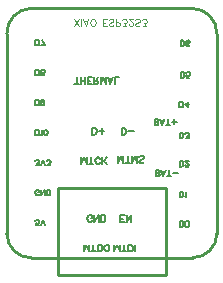
<source format=gbo>
G04 Layer: BottomSilkscreenLayer*
G04 EasyEDA v6.5.51, 2025-12-08 14:24:17*
G04 98b1bcbd0d5e4b16acd7f0c7b3cc8b20,5c2208001c9440858be6b933671931b3,10*
G04 Gerber Generator version 0.2*
G04 Scale: 100 percent, Rotated: No, Reflected: No *
G04 Dimensions in millimeters *
G04 leading zeros omitted , absolute positions ,4 integer and 5 decimal *
%FSLAX45Y45*%
%MOMM*%

%ADD10C,0.1000*%
%ADD11C,0.1500*%
%ADD12C,0.2540*%
%ADD13C,0.0139*%

%LPD*%
D10*
X3166348Y2993318D02*
G01*
X3204702Y3050468D01*
X3204702Y2993318D02*
G01*
X3166348Y3050468D01*
X3222482Y2993318D02*
G01*
X3222482Y3050468D01*
X3262360Y2993318D02*
G01*
X3240516Y3050468D01*
X3262360Y2993318D02*
G01*
X3284204Y3050468D01*
X3248644Y3031418D02*
G01*
X3276076Y3031418D01*
X3318494Y2993318D02*
G01*
X3313160Y2995858D01*
X3307572Y3001446D01*
X3305032Y3006780D01*
X3302238Y3015162D01*
X3302238Y3028624D01*
X3305032Y3037006D01*
X3307572Y3042340D01*
X3313160Y3047674D01*
X3318494Y3050468D01*
X3329416Y3050468D01*
X3335004Y3047674D01*
X3340338Y3042340D01*
X3343132Y3037006D01*
X3345926Y3028624D01*
X3345926Y3015162D01*
X3343132Y3006780D01*
X3340338Y3001446D01*
X3335004Y2995858D01*
X3329416Y2993318D01*
X3318494Y2993318D01*
X3405870Y2993318D02*
G01*
X3405870Y3050468D01*
X3405870Y2993318D02*
G01*
X3441430Y2993318D01*
X3405870Y3020496D02*
G01*
X3427714Y3020496D01*
X3405870Y3050468D02*
G01*
X3441430Y3050468D01*
X3497564Y3001446D02*
G01*
X3491976Y2995858D01*
X3483848Y2993318D01*
X3472926Y2993318D01*
X3464798Y2995858D01*
X3459210Y3001446D01*
X3459210Y3006780D01*
X3462004Y3012368D01*
X3464798Y3015162D01*
X3470132Y3017702D01*
X3486642Y3023290D01*
X3491976Y3026084D01*
X3494770Y3028624D01*
X3497564Y3034212D01*
X3497564Y3042340D01*
X3491976Y3047674D01*
X3483848Y3050468D01*
X3472926Y3050468D01*
X3464798Y3047674D01*
X3459210Y3042340D01*
X3515598Y2993318D02*
G01*
X3515598Y3050468D01*
X3515598Y2993318D02*
G01*
X3539982Y2993318D01*
X3548110Y2995858D01*
X3550904Y2998652D01*
X3553698Y3004240D01*
X3553698Y3012368D01*
X3550904Y3017702D01*
X3548110Y3020496D01*
X3539982Y3023290D01*
X3515598Y3023290D01*
X3577066Y2993318D02*
G01*
X3607038Y2993318D01*
X3590782Y3015162D01*
X3598910Y3015162D01*
X3604498Y3017702D01*
X3607038Y3020496D01*
X3609832Y3028624D01*
X3609832Y3034212D01*
X3607038Y3042340D01*
X3601704Y3047674D01*
X3593576Y3050468D01*
X3585194Y3050468D01*
X3577066Y3047674D01*
X3574272Y3045134D01*
X3571732Y3039546D01*
X3630660Y3006780D02*
G01*
X3630660Y3004240D01*
X3633200Y2998652D01*
X3635994Y2995858D01*
X3641582Y2993318D01*
X3652504Y2993318D01*
X3657838Y2995858D01*
X3660632Y2998652D01*
X3663426Y3004240D01*
X3663426Y3009574D01*
X3660632Y3015162D01*
X3655044Y3023290D01*
X3627866Y3050468D01*
X3665966Y3050468D01*
X3722100Y3001446D02*
G01*
X3716766Y2995858D01*
X3708638Y2993318D01*
X3697716Y2993318D01*
X3689588Y2995858D01*
X3684000Y3001446D01*
X3684000Y3006780D01*
X3686794Y3012368D01*
X3689588Y3015162D01*
X3694922Y3017702D01*
X3711432Y3023290D01*
X3716766Y3026084D01*
X3719560Y3028624D01*
X3722100Y3034212D01*
X3722100Y3042340D01*
X3716766Y3047674D01*
X3708638Y3050468D01*
X3697716Y3050468D01*
X3689588Y3047674D01*
X3684000Y3042340D01*
X3745722Y2993318D02*
G01*
X3775694Y2993318D01*
X3759184Y3015162D01*
X3767566Y3015162D01*
X3772900Y3017702D01*
X3775694Y3020496D01*
X3778488Y3028624D01*
X3778488Y3034212D01*
X3775694Y3042340D01*
X3770106Y3047674D01*
X3761978Y3050468D01*
X3753850Y3050468D01*
X3745722Y3047674D01*
X3742928Y3045134D01*
X3740134Y3039546D01*
D11*
X3185373Y2503269D02*
G01*
X3185373Y2560419D01*
X3166323Y2503269D02*
G01*
X3204677Y2503269D01*
X3222457Y2503269D02*
G01*
X3222457Y2560419D01*
X3260811Y2503269D02*
G01*
X3260811Y2560419D01*
X3222457Y2530447D02*
G01*
X3260811Y2530447D01*
X3278845Y2503269D02*
G01*
X3278845Y2560419D01*
X3278845Y2503269D02*
G01*
X3314151Y2503269D01*
X3278845Y2530447D02*
G01*
X3300689Y2530447D01*
X3278845Y2560419D02*
G01*
X3314151Y2560419D01*
X3332185Y2503269D02*
G01*
X3332185Y2560419D01*
X3332185Y2503269D02*
G01*
X3356823Y2503269D01*
X3364951Y2506063D01*
X3367745Y2508603D01*
X3370285Y2514191D01*
X3370285Y2519525D01*
X3367745Y2525113D01*
X3364951Y2527907D01*
X3356823Y2530447D01*
X3332185Y2530447D01*
X3351235Y2530447D02*
G01*
X3370285Y2560419D01*
X3388319Y2503269D02*
G01*
X3388319Y2560419D01*
X3388319Y2503269D02*
G01*
X3410163Y2560419D01*
X3432007Y2503269D02*
G01*
X3410163Y2560419D01*
X3432007Y2503269D02*
G01*
X3432007Y2560419D01*
X3471885Y2503269D02*
G01*
X3450041Y2560419D01*
X3471885Y2503269D02*
G01*
X3493729Y2560419D01*
X3458169Y2541369D02*
G01*
X3485601Y2541369D01*
X3511763Y2503269D02*
G01*
X3511763Y2560419D01*
X3511763Y2560419D02*
G01*
X3544275Y2560419D01*
X3316526Y2073219D02*
G01*
X3316526Y2130623D01*
X3316526Y2073219D02*
G01*
X3335576Y2073219D01*
X3343704Y2076013D01*
X3349038Y2081347D01*
X3351832Y2086935D01*
X3354626Y2095063D01*
X3354626Y2108779D01*
X3351832Y2116907D01*
X3349038Y2122241D01*
X3343704Y2127829D01*
X3335576Y2130623D01*
X3316526Y2130623D01*
X3397044Y2081347D02*
G01*
X3397044Y2130623D01*
X3372660Y2105985D02*
G01*
X3421682Y2105985D01*
X3566424Y2073219D02*
G01*
X3566424Y2130623D01*
X3566424Y2073219D02*
G01*
X3585474Y2073219D01*
X3593602Y2076013D01*
X3599190Y2081347D01*
X3601730Y2086935D01*
X3604524Y2095063D01*
X3604524Y2108779D01*
X3601730Y2116907D01*
X3599190Y2122241D01*
X3593602Y2127829D01*
X3585474Y2130623D01*
X3566424Y2130623D01*
X3622558Y2105985D02*
G01*
X3671580Y2105985D01*
X3226348Y1823219D02*
G01*
X3226348Y1880623D01*
X3226348Y1823219D02*
G01*
X3248192Y1880623D01*
X3270036Y1823219D02*
G01*
X3248192Y1880623D01*
X3270036Y1823219D02*
G01*
X3270036Y1880623D01*
X3307120Y1823219D02*
G01*
X3307120Y1880623D01*
X3288070Y1823219D02*
G01*
X3326170Y1823219D01*
X3385098Y1836935D02*
G01*
X3382304Y1831347D01*
X3376970Y1826013D01*
X3371382Y1823219D01*
X3360460Y1823219D01*
X3355126Y1826013D01*
X3349792Y1831347D01*
X3346998Y1836935D01*
X3344204Y1845063D01*
X3344204Y1858779D01*
X3346998Y1866907D01*
X3349792Y1872241D01*
X3355126Y1877829D01*
X3360460Y1880623D01*
X3371382Y1880623D01*
X3376970Y1877829D01*
X3382304Y1872241D01*
X3385098Y1866907D01*
X3403132Y1823219D02*
G01*
X3403132Y1880623D01*
X3441232Y1823219D02*
G01*
X3403132Y1861319D01*
X3416848Y1847857D02*
G01*
X3441232Y1880623D01*
X3536348Y1833219D02*
G01*
X3536348Y1890623D01*
X3536348Y1833219D02*
G01*
X3558192Y1890623D01*
X3580036Y1833219D02*
G01*
X3558192Y1890623D01*
X3580036Y1833219D02*
G01*
X3580036Y1890623D01*
X3617120Y1833219D02*
G01*
X3617120Y1890623D01*
X3598070Y1833219D02*
G01*
X3636170Y1833219D01*
X3654204Y1833219D02*
G01*
X3654204Y1890623D01*
X3654204Y1833219D02*
G01*
X3676048Y1890623D01*
X3697892Y1833219D02*
G01*
X3676048Y1890623D01*
X3697892Y1833219D02*
G01*
X3697892Y1890623D01*
X3754026Y1841347D02*
G01*
X3748692Y1836013D01*
X3740310Y1833219D01*
X3729388Y1833219D01*
X3721260Y1836013D01*
X3715926Y1841347D01*
X3715926Y1846935D01*
X3718466Y1852269D01*
X3721260Y1855063D01*
X3726848Y1857857D01*
X3743104Y1863191D01*
X3748692Y1865985D01*
X3751232Y1868779D01*
X3754026Y1874113D01*
X3754026Y1882241D01*
X3748692Y1887829D01*
X3740310Y1890623D01*
X3729388Y1890623D01*
X3721260Y1887829D01*
X3715926Y1882241D01*
X3317242Y1346885D02*
G01*
X3314702Y1341551D01*
X3309114Y1335963D01*
X3303780Y1333169D01*
X3292858Y1333169D01*
X3287270Y1335963D01*
X3281936Y1341551D01*
X3279142Y1346885D01*
X3276348Y1355013D01*
X3276348Y1368729D01*
X3279142Y1376857D01*
X3281936Y1382445D01*
X3287270Y1387779D01*
X3292858Y1390573D01*
X3303780Y1390573D01*
X3309114Y1387779D01*
X3314702Y1382445D01*
X3317242Y1376857D01*
X3317242Y1368729D01*
X3303780Y1368729D02*
G01*
X3317242Y1368729D01*
X3335276Y1333169D02*
G01*
X3335276Y1390573D01*
X3335276Y1333169D02*
G01*
X3373376Y1390573D01*
X3373376Y1333169D02*
G01*
X3373376Y1390573D01*
X3391410Y1333169D02*
G01*
X3391410Y1390573D01*
X3391410Y1333169D02*
G01*
X3410460Y1333169D01*
X3418842Y1335963D01*
X3424176Y1341551D01*
X3426970Y1346885D01*
X3429764Y1355013D01*
X3429764Y1368729D01*
X3426970Y1376857D01*
X3424176Y1382445D01*
X3418842Y1387779D01*
X3410460Y1390573D01*
X3391410Y1390573D01*
X3556347Y1333169D02*
G01*
X3556347Y1390573D01*
X3556347Y1333169D02*
G01*
X3591907Y1333169D01*
X3556347Y1360601D02*
G01*
X3578191Y1360601D01*
X3556347Y1390573D02*
G01*
X3591907Y1390573D01*
X3609941Y1333169D02*
G01*
X3609941Y1390573D01*
X3609941Y1333169D02*
G01*
X3648041Y1390573D01*
X3648041Y1333169D02*
G01*
X3648041Y1390573D01*
X3246348Y1083322D02*
G01*
X3246348Y1140472D01*
X3246348Y1083322D02*
G01*
X3268192Y1140472D01*
X3290036Y1083322D02*
G01*
X3268192Y1140472D01*
X3290036Y1083322D02*
G01*
X3290036Y1140472D01*
X3327120Y1083322D02*
G01*
X3327120Y1140472D01*
X3308070Y1083322D02*
G01*
X3346170Y1083322D01*
X3364204Y1083322D02*
G01*
X3364204Y1140472D01*
X3364204Y1083322D02*
G01*
X3383254Y1083322D01*
X3391382Y1085862D01*
X3396970Y1091450D01*
X3399764Y1096784D01*
X3402304Y1105166D01*
X3402304Y1118628D01*
X3399764Y1127010D01*
X3396970Y1132344D01*
X3391382Y1137678D01*
X3383254Y1140472D01*
X3364204Y1140472D01*
X3436848Y1083322D02*
G01*
X3431260Y1085862D01*
X3425926Y1091450D01*
X3423132Y1096784D01*
X3420338Y1105166D01*
X3420338Y1118628D01*
X3423132Y1127010D01*
X3425926Y1132344D01*
X3431260Y1137678D01*
X3436848Y1140472D01*
X3447770Y1140472D01*
X3453104Y1137678D01*
X3458692Y1132344D01*
X3461232Y1127010D01*
X3464026Y1118628D01*
X3464026Y1105166D01*
X3461232Y1096784D01*
X3458692Y1091450D01*
X3453104Y1085862D01*
X3447770Y1083322D01*
X3436848Y1083322D01*
X3506348Y1083322D02*
G01*
X3506348Y1140472D01*
X3506348Y1083322D02*
G01*
X3528192Y1140472D01*
X3550036Y1083322D02*
G01*
X3528192Y1140472D01*
X3550036Y1083322D02*
G01*
X3550036Y1140472D01*
X3587120Y1083322D02*
G01*
X3587120Y1140472D01*
X3568070Y1083322D02*
G01*
X3606170Y1083322D01*
X3624204Y1083322D02*
G01*
X3624204Y1140472D01*
X3624204Y1083322D02*
G01*
X3643254Y1083322D01*
X3651382Y1085862D01*
X3656970Y1091450D01*
X3659764Y1096784D01*
X3662304Y1105166D01*
X3662304Y1118628D01*
X3659764Y1127010D01*
X3656970Y1132344D01*
X3651382Y1137678D01*
X3643254Y1140472D01*
X3624204Y1140472D01*
X3680338Y1083322D02*
G01*
X3680338Y1140472D01*
X3846301Y2153269D02*
G01*
X3846301Y2201021D01*
X3846301Y2153269D02*
G01*
X3866875Y2153269D01*
X3873733Y2155555D01*
X3876019Y2157841D01*
X3878305Y2162413D01*
X3878305Y2166985D01*
X3876019Y2171557D01*
X3873733Y2173843D01*
X3866875Y2176129D01*
X3846301Y2176129D02*
G01*
X3866875Y2176129D01*
X3873733Y2178415D01*
X3876019Y2180701D01*
X3878305Y2185273D01*
X3878305Y2191877D01*
X3876019Y2196449D01*
X3873733Y2198735D01*
X3866875Y2201021D01*
X3846301Y2201021D01*
X3911325Y2153269D02*
G01*
X3893291Y2201021D01*
X3911325Y2153269D02*
G01*
X3929613Y2201021D01*
X3900149Y2185273D02*
G01*
X3922755Y2185273D01*
X3960601Y2153269D02*
G01*
X3960601Y2201021D01*
X3944599Y2153269D02*
G01*
X3976349Y2153269D01*
X4011909Y2160127D02*
G01*
X4011909Y2201021D01*
X3991335Y2180701D02*
G01*
X4032229Y2180701D01*
X3856395Y1723247D02*
G01*
X3856395Y1770999D01*
X3856395Y1723247D02*
G01*
X3876969Y1723247D01*
X3883573Y1725533D01*
X3885859Y1727819D01*
X3888145Y1732391D01*
X3888145Y1736963D01*
X3885859Y1741535D01*
X3883573Y1743821D01*
X3876969Y1746107D01*
X3856395Y1746107D02*
G01*
X3876969Y1746107D01*
X3883573Y1748393D01*
X3885859Y1750679D01*
X3888145Y1755251D01*
X3888145Y1761855D01*
X3885859Y1766427D01*
X3883573Y1768713D01*
X3876969Y1770999D01*
X3856395Y1770999D01*
X3921419Y1723247D02*
G01*
X3903131Y1770999D01*
X3921419Y1723247D02*
G01*
X3939453Y1770999D01*
X3909989Y1755251D02*
G01*
X3932849Y1755251D01*
X3970441Y1723247D02*
G01*
X3970441Y1770999D01*
X3954693Y1723247D02*
G01*
X3986443Y1723247D01*
X4001429Y1750679D02*
G01*
X4042323Y1750679D01*
X4057642Y1541876D02*
G01*
X4057642Y1589603D01*
X4057642Y1541876D02*
G01*
X4073550Y1541876D01*
X4080370Y1544149D01*
X4084914Y1548693D01*
X4087187Y1553240D01*
X4089460Y1560057D01*
X4089460Y1571421D01*
X4087187Y1578239D01*
X4084914Y1582785D01*
X4080370Y1587332D01*
X4073550Y1589603D01*
X4057642Y1589603D01*
X4104459Y1550967D02*
G01*
X4109006Y1548693D01*
X4115823Y1541876D01*
X4115823Y1589603D01*
X4057642Y1291889D02*
G01*
X4057642Y1339616D01*
X4057642Y1291889D02*
G01*
X4073550Y1291889D01*
X4080370Y1294163D01*
X4084914Y1298707D01*
X4087187Y1303253D01*
X4089460Y1310071D01*
X4089460Y1321435D01*
X4087187Y1328252D01*
X4084914Y1332798D01*
X4080370Y1337345D01*
X4073550Y1339616D01*
X4057642Y1339616D01*
X4118096Y1291889D02*
G01*
X4111279Y1294163D01*
X4106732Y1300980D01*
X4104459Y1312344D01*
X4104459Y1319161D01*
X4106732Y1330525D01*
X4111279Y1337345D01*
X4118096Y1339616D01*
X4122640Y1339616D01*
X4129460Y1337345D01*
X4134004Y1330525D01*
X4136278Y1319161D01*
X4136278Y1312344D01*
X4134004Y1300980D01*
X4129460Y1294163D01*
X4122640Y1291889D01*
X4118096Y1291889D01*
X4057642Y1801896D02*
G01*
X4057642Y1849622D01*
X4057642Y1801896D02*
G01*
X4073550Y1801896D01*
X4080370Y1804169D01*
X4084914Y1808713D01*
X4087187Y1813260D01*
X4089460Y1820077D01*
X4089460Y1831441D01*
X4087187Y1838258D01*
X4084914Y1842805D01*
X4080370Y1847352D01*
X4073550Y1849622D01*
X4057642Y1849622D01*
X4106732Y1813260D02*
G01*
X4106732Y1810986D01*
X4109006Y1806442D01*
X4111279Y1804169D01*
X4115823Y1801896D01*
X4124914Y1801896D01*
X4129460Y1804169D01*
X4131734Y1806442D01*
X4134004Y1810986D01*
X4134004Y1815533D01*
X4131734Y1820077D01*
X4127187Y1826897D01*
X4104459Y1849622D01*
X4136278Y1849622D01*
X4057642Y2041875D02*
G01*
X4057642Y2089602D01*
X4057642Y2041875D02*
G01*
X4073550Y2041875D01*
X4080370Y2044148D01*
X4084914Y2048692D01*
X4087187Y2053239D01*
X4089460Y2060056D01*
X4089460Y2071420D01*
X4087187Y2078238D01*
X4084914Y2082784D01*
X4080370Y2087331D01*
X4073550Y2089602D01*
X4057642Y2089602D01*
X4109006Y2041875D02*
G01*
X4134004Y2041875D01*
X4120370Y2060056D01*
X4127187Y2060056D01*
X4131734Y2062330D01*
X4134004Y2064603D01*
X4136278Y2071420D01*
X4136278Y2075967D01*
X4134004Y2082784D01*
X4129460Y2087331D01*
X4122640Y2089602D01*
X4115823Y2089602D01*
X4109006Y2087331D01*
X4106732Y2085058D01*
X4104459Y2080511D01*
X4066405Y2823357D02*
G01*
X4066405Y2871083D01*
X4066405Y2823357D02*
G01*
X4082313Y2823357D01*
X4089133Y2825630D01*
X4093677Y2830174D01*
X4095950Y2834721D01*
X4098223Y2841538D01*
X4098223Y2852902D01*
X4095950Y2859719D01*
X4093677Y2864266D01*
X4089133Y2868813D01*
X4082313Y2871083D01*
X4066405Y2871083D01*
X4140497Y2830174D02*
G01*
X4138223Y2825630D01*
X4131403Y2823357D01*
X4126859Y2823357D01*
X4120042Y2825630D01*
X4115495Y2832447D01*
X4113222Y2843811D01*
X4113222Y2855175D01*
X4115495Y2864266D01*
X4120042Y2868813D01*
X4126859Y2871083D01*
X4129133Y2871083D01*
X4135950Y2868813D01*
X4140497Y2864266D01*
X4142767Y2857449D01*
X4142767Y2855175D01*
X4140497Y2848358D01*
X4135950Y2843811D01*
X4129133Y2841538D01*
X4126859Y2841538D01*
X4120042Y2843811D01*
X4115495Y2848358D01*
X4113222Y2855175D01*
X4066405Y2553355D02*
G01*
X4066405Y2601081D01*
X4066405Y2553355D02*
G01*
X4082313Y2553355D01*
X4089133Y2555628D01*
X4093677Y2560172D01*
X4095950Y2564719D01*
X4098223Y2571536D01*
X4098223Y2582900D01*
X4095950Y2589717D01*
X4093677Y2594264D01*
X4089133Y2598811D01*
X4082313Y2601081D01*
X4066405Y2601081D01*
X4140497Y2553355D02*
G01*
X4117769Y2553355D01*
X4115495Y2573809D01*
X4117769Y2571536D01*
X4124586Y2569263D01*
X4131403Y2569263D01*
X4138223Y2571536D01*
X4142767Y2576083D01*
X4145041Y2582900D01*
X4145041Y2587447D01*
X4142767Y2594264D01*
X4138223Y2598811D01*
X4131403Y2601081D01*
X4124586Y2601081D01*
X4117769Y2598811D01*
X4115495Y2596537D01*
X4113222Y2591991D01*
X4056397Y2303343D02*
G01*
X4056397Y2351069D01*
X4056397Y2303343D02*
G01*
X4072305Y2303343D01*
X4079125Y2305616D01*
X4083669Y2310160D01*
X4085943Y2314707D01*
X4088216Y2321524D01*
X4088216Y2332888D01*
X4085943Y2339705D01*
X4083669Y2344252D01*
X4079125Y2348798D01*
X4072305Y2351069D01*
X4056397Y2351069D01*
X4125942Y2303343D02*
G01*
X4103215Y2335161D01*
X4137306Y2335161D01*
X4125942Y2303343D02*
G01*
X4125942Y2351069D01*
X2836400Y2827345D02*
G01*
X2836400Y2875071D01*
X2836400Y2827345D02*
G01*
X2852308Y2827345D01*
X2859128Y2829618D01*
X2863672Y2834162D01*
X2865945Y2838709D01*
X2868218Y2845526D01*
X2868218Y2856890D01*
X2865945Y2863707D01*
X2863672Y2868254D01*
X2859128Y2872800D01*
X2852308Y2875071D01*
X2836400Y2875071D01*
X2915036Y2827345D02*
G01*
X2892308Y2875071D01*
X2883217Y2827345D02*
G01*
X2915036Y2827345D01*
X2836400Y2573345D02*
G01*
X2836400Y2621071D01*
X2836400Y2573345D02*
G01*
X2852308Y2573345D01*
X2859128Y2575618D01*
X2863672Y2580162D01*
X2865945Y2584709D01*
X2868218Y2591526D01*
X2868218Y2602890D01*
X2865945Y2609707D01*
X2863672Y2614254D01*
X2859128Y2618800D01*
X2852308Y2621071D01*
X2836400Y2621071D01*
X2894581Y2573345D02*
G01*
X2887764Y2575618D01*
X2885490Y2580162D01*
X2885490Y2584709D01*
X2887764Y2589253D01*
X2892308Y2591526D01*
X2901398Y2593799D01*
X2908218Y2596073D01*
X2912762Y2600617D01*
X2915036Y2605163D01*
X2915036Y2611981D01*
X2912762Y2616527D01*
X2910492Y2618800D01*
X2903672Y2621071D01*
X2894581Y2621071D01*
X2887764Y2618800D01*
X2885490Y2616527D01*
X2883217Y2611981D01*
X2883217Y2605163D01*
X2885490Y2600617D01*
X2890037Y2596073D01*
X2896854Y2593799D01*
X2905945Y2591526D01*
X2910492Y2589253D01*
X2912762Y2584709D01*
X2912762Y2580162D01*
X2910492Y2575618D01*
X2903672Y2573345D01*
X2894581Y2573345D01*
X2836400Y2319345D02*
G01*
X2836400Y2367071D01*
X2836400Y2319345D02*
G01*
X2852308Y2319345D01*
X2859128Y2321618D01*
X2863672Y2326162D01*
X2865945Y2330709D01*
X2868218Y2337526D01*
X2868218Y2348890D01*
X2865945Y2355707D01*
X2863672Y2360254D01*
X2859128Y2364800D01*
X2852308Y2367071D01*
X2836400Y2367071D01*
X2912762Y2335253D02*
G01*
X2910492Y2342073D01*
X2905945Y2346617D01*
X2899128Y2348890D01*
X2896854Y2348890D01*
X2890037Y2346617D01*
X2885490Y2342073D01*
X2883217Y2335253D01*
X2883217Y2332982D01*
X2885490Y2326162D01*
X2890037Y2321618D01*
X2896854Y2319345D01*
X2899128Y2319345D01*
X2905945Y2321618D01*
X2910492Y2326162D01*
X2912762Y2335253D01*
X2912762Y2346617D01*
X2910492Y2357981D01*
X2905945Y2364800D01*
X2899128Y2367071D01*
X2894581Y2367071D01*
X2887764Y2364800D01*
X2885490Y2360254D01*
X2836400Y2065345D02*
G01*
X2836400Y2113071D01*
X2836400Y2065345D02*
G01*
X2852308Y2065345D01*
X2859128Y2067618D01*
X2863672Y2072162D01*
X2865945Y2076709D01*
X2868218Y2083526D01*
X2868218Y2094890D01*
X2865945Y2101707D01*
X2863672Y2106254D01*
X2859128Y2110800D01*
X2852308Y2113071D01*
X2836400Y2113071D01*
X2883217Y2074435D02*
G01*
X2887764Y2072162D01*
X2894581Y2065345D01*
X2894581Y2113071D01*
X2923217Y2065345D02*
G01*
X2916400Y2067618D01*
X2911853Y2074435D01*
X2909582Y2085799D01*
X2909582Y2092617D01*
X2911853Y2103981D01*
X2916400Y2110800D01*
X2923217Y2113071D01*
X2927764Y2113071D01*
X2934581Y2110800D01*
X2939127Y2103981D01*
X2941398Y2092617D01*
X2941398Y2085799D01*
X2939127Y2074435D01*
X2934581Y2067618D01*
X2927764Y2065345D01*
X2923217Y2065345D01*
X2840946Y1811345D02*
G01*
X2865945Y1811345D01*
X2852308Y1829526D01*
X2859128Y1829526D01*
X2863672Y1831799D01*
X2865945Y1834073D01*
X2868218Y1840890D01*
X2868218Y1845437D01*
X2865945Y1852254D01*
X2861398Y1856800D01*
X2854581Y1859071D01*
X2847764Y1859071D01*
X2840946Y1856800D01*
X2838673Y1854527D01*
X2836400Y1849981D01*
X2883217Y1811345D02*
G01*
X2901398Y1859071D01*
X2919582Y1811345D02*
G01*
X2901398Y1859071D01*
X2939127Y1811345D02*
G01*
X2964126Y1811345D01*
X2950491Y1829526D01*
X2957309Y1829526D01*
X2961853Y1831799D01*
X2964126Y1834073D01*
X2966399Y1840890D01*
X2966399Y1845437D01*
X2964126Y1852254D01*
X2959582Y1856800D01*
X2952762Y1859071D01*
X2945945Y1859071D01*
X2939127Y1856800D01*
X2936854Y1854527D01*
X2934581Y1849981D01*
X2870492Y1568709D02*
G01*
X2868218Y1564162D01*
X2863672Y1559618D01*
X2859128Y1557345D01*
X2850037Y1557345D01*
X2845490Y1559618D01*
X2840946Y1564162D01*
X2838673Y1568709D01*
X2836400Y1575526D01*
X2836400Y1586890D01*
X2838673Y1593707D01*
X2840946Y1598254D01*
X2845490Y1602800D01*
X2850037Y1605071D01*
X2859128Y1605071D01*
X2863672Y1602800D01*
X2868218Y1598254D01*
X2870492Y1593707D01*
X2870492Y1586890D01*
X2859128Y1586890D02*
G01*
X2870492Y1586890D01*
X2885490Y1557345D02*
G01*
X2885490Y1605071D01*
X2885490Y1557345D02*
G01*
X2917309Y1605071D01*
X2917309Y1557345D02*
G01*
X2917309Y1605071D01*
X2932308Y1557345D02*
G01*
X2932308Y1605071D01*
X2932308Y1557345D02*
G01*
X2948218Y1557345D01*
X2955036Y1559618D01*
X2959582Y1564162D01*
X2961853Y1568709D01*
X2964126Y1575526D01*
X2964126Y1586890D01*
X2961853Y1593707D01*
X2959582Y1598254D01*
X2955036Y1602800D01*
X2948218Y1605071D01*
X2932308Y1605071D01*
X2863672Y1303345D02*
G01*
X2840946Y1303345D01*
X2838673Y1323799D01*
X2840946Y1321526D01*
X2847764Y1319253D01*
X2854581Y1319253D01*
X2861398Y1321526D01*
X2865945Y1326073D01*
X2868218Y1332890D01*
X2868218Y1337437D01*
X2865945Y1344254D01*
X2861398Y1348800D01*
X2854581Y1351071D01*
X2847764Y1351071D01*
X2840946Y1348800D01*
X2838673Y1346527D01*
X2836400Y1341981D01*
X2883217Y1303345D02*
G01*
X2901398Y1351071D01*
X2919582Y1303345D02*
G01*
X2901398Y1351071D01*
D12*
X2594996Y2927192D02*
G01*
X2594996Y1233596D01*
X2798196Y1030396D02*
G01*
X4169796Y1030396D01*
X4372996Y1233596D02*
G01*
X4372996Y2927192D01*
X4169796Y3140562D02*
G01*
X2798196Y3140562D01*
X3941190Y885799D02*
G01*
X3029915Y885799D01*
X3029915Y1622399D01*
X3941190Y1622399D01*
X3941190Y885799D01*
G75*
G01*
X2798199Y3140558D02*
G03*
X2594999Y2927198I5068J-208270D01*
G75*
G01*
X2594999Y1233602D02*
G03*
X2798199Y1030402I203200J0D01*
G75*
G01*
X4169799Y1030402D02*
G03*
X4372999Y1233602I0J203200D01*
G75*
G01*
X4372999Y2927198D02*
G03*
X4169799Y3140558I-208269J5090D01*
M02*

</source>
